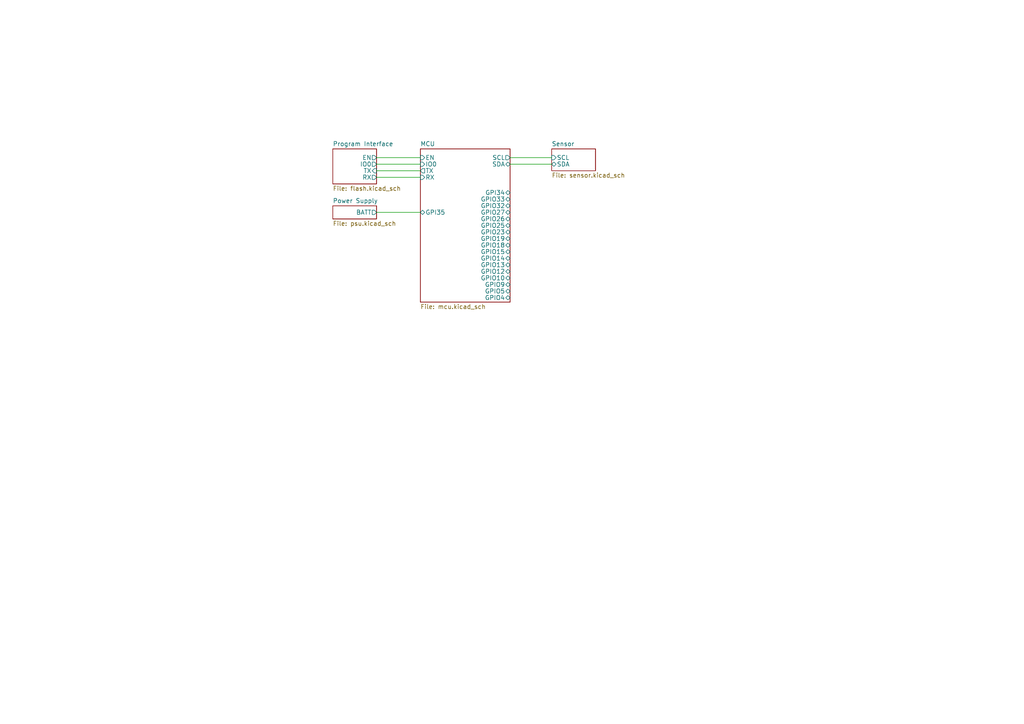
<source format=kicad_sch>
(kicad_sch (version 20230121) (generator eeschema)
  (paper "A4")
  (title_block (title "M-Sens : Tropic headless sensor") (date "2024-01-27") (rev "1.0"))
  (lib_symbols)
  (wire (pts (xy 109.22 51.435) (xy 121.92 51.435)))
  (wire (pts (xy 109.22 61.595) (xy 121.92 61.595)))
  (wire (pts (xy 109.22 45.72) (xy 121.92 45.72)))
  (wire (pts (xy 147.955 47.625) (xy 160.02 47.625)))
  (wire (pts (xy 109.22 49.53) (xy 121.92 49.53)))
  (wire (pts (xy 147.955 45.72) (xy 160.02 45.72)))
  (wire (pts (xy 109.22 47.625) (xy 121.92 47.625)))
  (sheet (at 121.92 43.18) (size 26.035 44.45) (stroke (width 0.1524))
    (property "Sheetname" "MCU" (at 121.92 42.4684 0) (effects (justify left bottom)))
    (property "Sheetfile" "mcu.kicad_sch" (at 121.92 88.2146 0) (effects (justify left top)))
    (pin "EN" input (at 121.92 45.72 180))
    (pin "IO0" input (at 121.92 47.625 180))
    (pin "TX" output (at 121.92 49.53 180))
    (pin "RX" input (at 121.92 51.435 180))
    (pin "SCL" output (at 147.955 45.72 0))
    (pin "SDA" bidirectional (at 147.955 47.625 0))
    (pin "GPIO19" bidirectional (at 147.955 69.215 0))
    (pin "GPIO18" bidirectional (at 147.955 71.12 0))
    (pin "GPIO15" bidirectional (at 147.955 73.025 0))
    (pin "GPIO14" bidirectional (at 147.955 74.93 0))
    (pin "GPIO13" bidirectional (at 147.955 76.835 0))
    (pin "GPIO12" bidirectional (at 147.955 78.74 0))
    (pin "GPIO10" bidirectional (at 147.955 80.645 0))
    (pin "GPIO9" bidirectional (at 147.955 82.55 0))
    (pin "GPIO5" bidirectional (at 147.955 84.455 0))
    (pin "GPIO4" bidirectional (at 147.955 86.36 0))
    (pin "GPIO25" bidirectional (at 147.955 65.405 0))
    (pin "GPIO23" bidirectional (at 147.955 67.31 0))
    (pin "GPIO27" bidirectional (at 147.955 61.595 0))
    (pin "GPIO32" bidirectional (at 147.955 59.69 0))
    (pin "GPIO33" bidirectional (at 147.955 57.785 0))
    (pin "GPI35" bidirectional (at 121.92 61.595 180))
    (pin "GPI34" bidirectional (at 147.955 55.88 0))
    (pin "GPIO26" bidirectional (at 147.955 63.5 0))
  )
  (sheet (at 96.52 59.69) (size 12.7 3.81) (stroke (width 0.1524))
    (property "Sheetname" "Power Supply" (at 96.52 58.9784 0) (effects (justify left bottom)))
    (property "Sheetfile" "psu.kicad_sch" (at 96.52 64.0846 0) (effects (justify left top)))
    (pin "BATT" output (at 109.22 61.595 0))
  )
  (sheet (at 160.02 43.18) (size 12.7 6.35) (stroke (width 0.1524))
    (property "Sheetname" "Sensor" (at 160.02 42.4684 0) (effects (justify left bottom)))
    (property "Sheetfile" "sensor.kicad_sch" (at 160.02 50.1146 0) (effects (justify left top)))
    (pin "SCL" input (at 160.02 45.72 180))
    (pin "SDA" bidirectional (at 160.02 47.625 180))
  )
  (sheet (at 96.52 43.18) (size 12.7 10.16) (stroke (width 0.1524))
    (property "Sheetname" "Program Interface" (at 96.52 42.4684 0) (effects (justify left bottom)))
    (property "Sheetfile" "flash.kicad_sch" (at 96.52 53.9246 0) (effects (justify left top)))
    (pin "TX" input (at 109.22 49.53 0))
    (pin "RX" output (at 109.22 51.435 0))
    (pin "EN" output (at 109.22 45.72 0))
    (pin "IO0" output (at 109.22 47.625 0))
  )
)
</source>
